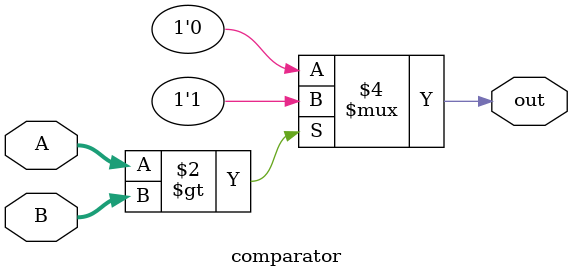
<source format=sv>
module comparator (A, B, out);
	 input logic [9:0] A, B;
    output logic out;

	 always_comb begin
		if (A > B)
		  out = 1'b1;
		else
        out = 1'b0;
	 end
endmodule

</source>
